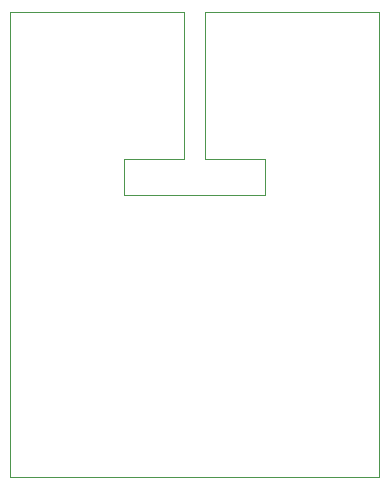
<source format=gm1>
G04 #@! TF.GenerationSoftware,KiCad,Pcbnew,5.1.5*
G04 #@! TF.CreationDate,2020-03-08T11:02:30+01:00*
G04 #@! TF.ProjectId,Flash-Station,466c6173-682d-4537-9461-74696f6e2e6b,rev?*
G04 #@! TF.SameCoordinates,Original*
G04 #@! TF.FileFunction,Profile,NP*
%FSLAX46Y46*%
G04 Gerber Fmt 4.6, Leading zero omitted, Abs format (unit mm)*
G04 Created by KiCad (PCBNEW 5.1.5) date 2020-03-08 11:02:30*
%MOMM*%
%LPD*%
G04 APERTURE LIST*
%ADD10C,0.050000*%
G04 APERTURE END LIST*
D10*
X81280000Y-58674000D02*
X66548000Y-58674000D01*
X81280000Y-71120000D02*
X81280000Y-58674000D01*
X76200000Y-71120000D02*
X81280000Y-71120000D01*
X76200000Y-74168000D02*
X76200000Y-71120000D01*
X88138000Y-74168000D02*
X76200000Y-74168000D01*
X88138000Y-71120000D02*
X88138000Y-74168000D01*
X83058000Y-71120000D02*
X88138000Y-71120000D01*
X83058000Y-58674000D02*
X83058000Y-71120000D01*
X97790000Y-58674000D02*
X83058000Y-58674000D01*
X97790000Y-98044000D02*
X97790000Y-58674000D01*
X66548000Y-98044000D02*
X97790000Y-98044000D01*
X66548000Y-58674000D02*
X66548000Y-98044000D01*
M02*

</source>
